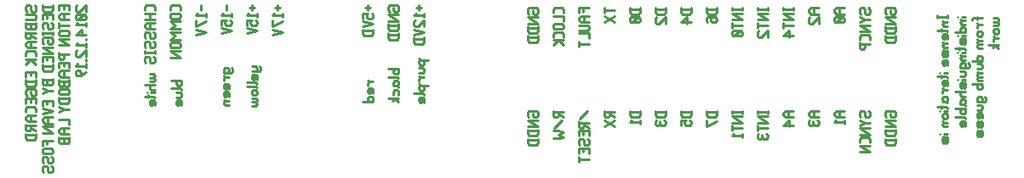
<source format=gbr>
G04 start of page 9 for group -4078 idx -4078 *
G04 Title: (unknown), bottomsilk *
G04 Creator: pcb 20110918 *
G04 CreationDate: Tue Jan 20 20:48:38 2015 UTC *
G04 For: fosse *
G04 Format: Gerber/RS-274X *
G04 PCB-Dimensions: 600000 500000 *
G04 PCB-Coordinate-Origin: lower left *
%MOIN*%
%FSLAX25Y25*%
%LNBOTTOMSILK*%
%ADD43C,0.0100*%
G54D43*X410000Y201000D02*X413000D01*
X410000D02*X409000Y200300D01*
Y199200D02*Y200300D01*
Y199200D02*X410000Y198500D01*
X413000D01*
X411000D02*Y201000D01*
X409800Y197300D02*X409000Y196500D01*
X413000D01*
Y195800D02*Y197300D01*
X419000Y199000D02*X419500Y198500D01*
X419000Y199000D02*Y200500D01*
X419500Y201000D02*X419000Y200500D01*
X419500Y201000D02*X420500D01*
X421000Y200500D01*
Y199000D02*Y200500D01*
Y199000D02*X421500Y198500D01*
X422500D01*
X423000Y199000D02*X422500Y198500D01*
X423000Y199000D02*Y200500D01*
X422500Y201000D02*X423000Y200500D01*
X419000Y197300D02*X421000Y196300D01*
X419000Y195300D01*
X421000Y196300D02*X423000D01*
X419000Y194100D02*X423000D01*
X419000D02*X423000Y191600D01*
X419000D02*X423000D01*
Y188400D02*Y189700D01*
X422300Y190400D02*X423000Y189700D01*
X419700Y190400D02*X422300D01*
X419700D02*X419000Y189700D01*
Y188400D02*Y189700D01*
Y187200D02*X423000D01*
X419000D02*X423000Y184700D01*
X419000D02*X423000D01*
X379000Y200000D02*Y201000D01*
Y200500D02*X383000D01*
Y200000D02*Y201000D01*
X379000Y198800D02*X383000D01*
X379000D02*X383000Y196300D01*
X379000D02*X383000D01*
X379000Y193100D02*Y195100D01*
Y194100D02*X383000D01*
X379500Y191900D02*X379000Y191400D01*
Y190400D02*Y191400D01*
Y190400D02*X379500Y189900D01*
X383000Y190400D02*X382500Y189900D01*
X383000Y190400D02*Y191400D01*
X382500Y191900D02*X383000Y191400D01*
X380800Y190400D02*Y191400D01*
X379500Y189900D02*X380300D01*
X381300D02*X382500D01*
X381300D02*X380800Y190400D01*
X380300Y189900D02*X380800Y190400D01*
X390000Y201000D02*X393000D01*
X390000D02*X389000Y200300D01*
Y199200D02*Y200300D01*
Y199200D02*X390000Y198500D01*
X393000D01*
X391000D02*Y201000D01*
X391500Y197300D02*X389000Y195300D01*
X391500Y194800D02*Y197300D01*
X389000Y195300D02*X393000D01*
X400000Y201000D02*X403000D01*
X400000D02*X399000Y200300D01*
Y199200D02*Y200300D01*
Y199200D02*X400000Y198500D01*
X403000D01*
X401000D02*Y201000D01*
X399500Y197300D02*X399000Y196800D01*
Y195800D02*Y196800D01*
Y195800D02*X399500Y195300D01*
X403000Y195800D02*X402500Y195300D01*
X403000Y195800D02*Y196800D01*
X402500Y197300D02*X403000Y196800D01*
X400800Y195800D02*Y196800D01*
X399500Y195300D02*X400300D01*
X401300D02*X402500D01*
X401300D02*X400800Y195800D01*
X400300Y195300D02*X400800Y195800D01*
X429000Y199000D02*X429500Y198500D01*
X429000Y199000D02*Y200500D01*
X429500Y201000D02*X429000Y200500D01*
X429500Y201000D02*X432500D01*
X433000Y200500D01*
Y199000D02*Y200500D01*
Y199000D02*X432500Y198500D01*
X431500D02*X432500D01*
X431000Y199000D02*X431500Y198500D01*
X431000Y199000D02*Y200000D01*
X429000Y197300D02*X433000D01*
X429000D02*X433000Y194800D01*
X429000D02*X433000D01*
X429000Y193100D02*X433000D01*
X429000Y191800D02*X429700Y191100D01*
X432300D01*
X433000Y191800D02*X432300Y191100D01*
X433000Y191800D02*Y193600D01*
X429000Y191800D02*Y193600D01*
Y189400D02*X433000D01*
X429000Y188100D02*X429700Y187400D01*
X432300D01*
X433000Y188100D02*X432300Y187400D01*
X433000Y188100D02*Y189900D01*
X429000Y188100D02*Y189900D01*
X410000Y241500D02*X413000D01*
X410000D02*X409000Y240800D01*
Y239700D02*Y240800D01*
Y239700D02*X410000Y239000D01*
X413000D01*
X411000D02*Y241500D01*
X412500Y237800D02*X413000Y237300D01*
X409500Y237800D02*X412500D01*
X409500D02*X409000Y237300D01*
Y236300D02*Y237300D01*
Y236300D02*X409500Y235800D01*
X412500D01*
X413000Y236300D02*X412500Y235800D01*
X413000Y236300D02*Y237300D01*
X412000Y237800D02*X410000Y235800D01*
X400000Y241500D02*X403000D01*
X400000D02*X399000Y240800D01*
Y239700D02*Y240800D01*
Y239700D02*X400000Y239000D01*
X403000D01*
X401000D02*Y241500D01*
X399500Y237800D02*X399000Y237300D01*
Y235800D02*Y237300D01*
Y235800D02*X399500Y235300D01*
X400500D01*
X403000Y237800D02*X400500Y235300D01*
X403000D02*Y237800D01*
X389000Y240500D02*Y241500D01*
Y241000D02*X393000D01*
Y240500D02*Y241500D01*
X389000Y239300D02*X393000D01*
X389000D02*X393000Y236800D01*
X389000D02*X393000D01*
X389000Y233600D02*Y235600D01*
Y234600D02*X393000D01*
X391500Y232400D02*X389000Y230400D01*
X391500Y229900D02*Y232400D01*
X389000Y230400D02*X393000D01*
X419000Y239500D02*X419500Y239000D01*
X419000Y239500D02*Y241000D01*
X419500Y241500D02*X419000Y241000D01*
X419500Y241500D02*X420500D01*
X421000Y241000D01*
Y239500D02*Y241000D01*
Y239500D02*X421500Y239000D01*
X422500D01*
X423000Y239500D02*X422500Y239000D01*
X423000Y239500D02*Y241000D01*
X422500Y241500D02*X423000Y241000D01*
X419000Y237800D02*X421000Y236800D01*
X419000Y235800D01*
X421000Y236800D02*X423000D01*
X419000Y234600D02*X423000D01*
X419000D02*X423000Y232100D01*
X419000D02*X423000D01*
Y228900D02*Y230200D01*
X422300Y230900D02*X423000Y230200D01*
X419700Y230900D02*X422300D01*
X419700D02*X419000Y230200D01*
Y228900D02*Y230200D01*
Y227200D02*X423000D01*
X419000Y225700D02*Y227700D01*
Y225700D02*X419500Y225200D01*
X420500D01*
X421000Y225700D02*X420500Y225200D01*
X421000Y225700D02*Y227200D01*
X429000Y239500D02*X429500Y239000D01*
X429000Y239500D02*Y241000D01*
X429500Y241500D02*X429000Y241000D01*
X429500Y241500D02*X432500D01*
X433000Y241000D01*
Y239500D02*Y241000D01*
Y239500D02*X432500Y239000D01*
X431500D02*X432500D01*
X431000Y239500D02*X431500Y239000D01*
X431000Y239500D02*Y240500D01*
X429000Y237800D02*X433000D01*
X429000D02*X433000Y235300D01*
X429000D02*X433000D01*
X429000Y233600D02*X433000D01*
X429000Y232300D02*X429700Y231600D01*
X432300D01*
X433000Y232300D02*X432300Y231600D01*
X433000Y232300D02*Y234100D01*
X429000Y232300D02*Y234100D01*
Y229900D02*X433000D01*
X429000Y228600D02*X429700Y227900D01*
X432300D01*
X433000Y228600D02*X432300Y227900D01*
X433000Y228600D02*Y230400D01*
X429000Y228600D02*Y230400D01*
X369000Y200000D02*Y201000D01*
Y200500D02*X373000D01*
Y200000D02*Y201000D01*
X369000Y198800D02*X373000D01*
X369000D02*X373000Y196300D01*
X369000D02*X373000D01*
X369000Y193100D02*Y195100D01*
Y194100D02*X373000D01*
X369800Y191900D02*X369000Y191100D01*
X373000D01*
Y190400D02*Y191900D01*
X359000Y200500D02*X363000D01*
X359000Y199200D02*X359700Y198500D01*
X362300D01*
X363000Y199200D02*X362300Y198500D01*
X363000Y199200D02*Y201000D01*
X359000Y199200D02*Y201000D01*
X363000Y196800D02*X359000Y194800D01*
Y197300D01*
Y241000D02*X363000D01*
X359000Y239700D02*X359700Y239000D01*
X362300D01*
X363000Y239700D02*X362300Y239000D01*
X363000Y239700D02*Y241500D01*
X359000Y239700D02*Y241500D01*
Y236300D02*X359500Y235800D01*
X359000Y236300D02*Y237300D01*
X359500Y237800D02*X359000Y237300D01*
X359500Y237800D02*X362500D01*
X363000Y237300D01*
X360800Y236300D02*X361300Y235800D01*
X360800Y236300D02*Y237800D01*
X363000Y236300D02*Y237300D01*
Y236300D02*X362500Y235800D01*
X361300D02*X362500D01*
X349000Y241000D02*X353000D01*
X349000Y239700D02*X349700Y239000D01*
X352300D01*
X353000Y239700D02*X352300Y239000D01*
X353000Y239700D02*Y241500D01*
X349000Y239700D02*Y241500D01*
X351500Y237800D02*X349000Y235800D01*
X351500Y235300D02*Y237800D01*
X349000Y235800D02*X353000D01*
X339000Y241000D02*X343000D01*
X339000Y239700D02*X339700Y239000D01*
X342300D01*
X343000Y239700D02*X342300Y239000D01*
X343000Y239700D02*Y241500D01*
X339000Y239700D02*Y241500D01*
X339500Y237800D02*X339000Y237300D01*
Y235800D02*Y237300D01*
Y235800D02*X339500Y235300D01*
X340500D01*
X343000Y237800D02*X340500Y235300D01*
X343000D02*Y237800D01*
X379000Y240500D02*Y241500D01*
Y241000D02*X383000D01*
Y240500D02*Y241500D01*
X379000Y239300D02*X383000D01*
X379000D02*X383000Y236800D01*
X379000D02*X383000D01*
X379000Y233600D02*Y235600D01*
Y234600D02*X383000D01*
X379500Y232400D02*X379000Y231900D01*
Y230400D02*Y231900D01*
Y230400D02*X379500Y229900D01*
X380500D01*
X383000Y232400D02*X380500Y229900D01*
X383000D02*Y232400D01*
X369000Y240500D02*Y241500D01*
Y241000D02*X373000D01*
Y240500D02*Y241500D01*
X369000Y239300D02*X373000D01*
X369000D02*X373000Y236800D01*
X369000D02*X373000D01*
X369000Y233600D02*Y235600D01*
Y234600D02*X373000D01*
X372500Y232400D02*X373000Y231900D01*
X369500Y232400D02*X372500D01*
X369500D02*X369000Y231900D01*
Y230900D02*Y231900D01*
Y230900D02*X369500Y230400D01*
X372500D01*
X373000Y230900D02*X372500Y230400D01*
X373000Y230900D02*Y231900D01*
X372000Y232400D02*X370000Y230400D01*
X449500Y237500D02*Y238500D01*
Y238000D02*X453500D01*
Y237500D02*Y238500D01*
X452000Y235800D02*X453500D01*
X452000D02*X451500Y235300D01*
Y234800D02*Y235300D01*
Y234800D02*X452000Y234300D01*
X453500D01*
X451500Y236300D02*X452000Y235800D01*
X449500Y232600D02*X453000D01*
X453500Y232100D01*
X451000D02*Y233100D01*
X453500Y229100D02*Y230600D01*
X453000Y231100D02*X453500Y230600D01*
X452000Y231100D02*X453000D01*
X452000D02*X451500Y230600D01*
Y229600D02*Y230600D01*
Y229600D02*X452000Y229100D01*
X452500D02*Y231100D01*
X452000Y229100D02*X452500D01*
X452000Y227400D02*X453500D01*
X452000D02*X451500Y226900D01*
Y226400D02*Y226900D01*
Y226400D02*X452000Y225900D01*
X453500D01*
X451500Y227900D02*X452000Y227400D01*
X453500Y222700D02*Y224200D01*
Y222700D02*X453000Y222200D01*
X452500Y222700D02*X453000Y222200D01*
X452500Y222700D02*Y224200D01*
X452000Y224700D02*X452500Y224200D01*
X452000Y224700D02*X451500Y224200D01*
Y222700D02*Y224200D01*
Y222700D02*X452000Y222200D01*
X453000Y224700D02*X453500Y224200D01*
Y219000D02*Y220500D01*
X453000Y221000D02*X453500Y220500D01*
X452000Y221000D02*X453000D01*
X452000D02*X451500Y220500D01*
Y219500D02*Y220500D01*
Y219500D02*X452000Y219000D01*
X452500D02*Y221000D01*
X452000Y219000D02*X452500D01*
X450500Y216000D02*X450600D01*
X452000D02*X453500D01*
X449500Y214500D02*X453000D01*
X453500Y214000D01*
X451000D02*Y215000D01*
X453500Y211000D02*Y212500D01*
X453000Y213000D02*X453500Y212500D01*
X452000Y213000D02*X453000D01*
X452000D02*X451500Y212500D01*
Y211500D02*Y212500D01*
Y211500D02*X452000Y211000D01*
X452500D02*Y213000D01*
X452000Y211000D02*X452500D01*
X452000Y209300D02*X453500D01*
X452000D02*X451500Y208800D01*
Y207800D02*Y208800D01*
Y209800D02*X452000Y209300D01*
X451500Y205100D02*X452000Y204600D01*
X451500Y205100D02*Y206100D01*
X452000Y206600D02*X451500Y206100D01*
X452000Y206600D02*X453000D01*
X453500Y206100D01*
X451500Y204600D02*X453000D01*
X453500Y204100D01*
Y205100D02*Y206100D01*
Y205100D02*X453000Y204600D01*
X449500Y202400D02*X453000D01*
X453500Y201900D01*
X451000D02*Y202900D01*
X450500Y200900D02*X450600D01*
X452000D02*X453500D01*
X452000Y199900D02*X453000D01*
X452000D02*X451500Y199400D01*
Y198400D02*Y199400D01*
Y198400D02*X452000Y197900D01*
X453000D01*
X453500Y198400D02*X453000Y197900D01*
X453500Y198400D02*Y199400D01*
X453000Y199900D02*X453500Y199400D01*
X452000Y196200D02*X453500D01*
X452000D02*X451500Y195700D01*
Y195200D02*Y195700D01*
Y195200D02*X452000Y194700D01*
X453500D01*
X451500Y196700D02*X452000Y196200D01*
X450500Y191700D02*X450600D01*
X452000D02*X453500D01*
Y188700D02*Y190200D01*
Y188700D02*X453000Y188200D01*
X452500Y188700D02*X453000Y188200D01*
X452500Y188700D02*Y190200D01*
X452000Y190700D02*X452500Y190200D01*
X452000Y190700D02*X451500Y190200D01*
Y188700D02*Y190200D01*
Y188700D02*X452000Y188200D01*
X453000Y190700D02*X453500Y190200D01*
X457500Y238000D02*X457600D01*
X459000D02*X460500D01*
X459000Y236500D02*X460500D01*
X459000D02*X458500Y236000D01*
Y235500D02*Y236000D01*
Y235500D02*X459000Y235000D01*
X460500D01*
X458500Y237000D02*X459000Y236500D01*
X456500Y231800D02*X460500D01*
Y232300D02*X460000Y231800D01*
X460500Y232300D02*Y233300D01*
X460000Y233800D02*X460500Y233300D01*
X459000Y233800D02*X460000D01*
X459000D02*X458500Y233300D01*
Y232300D02*Y233300D01*
Y232300D02*X459000Y231800D01*
X457500Y230600D02*X457600D01*
X459000D02*X460500D01*
Y227600D02*Y229100D01*
Y227600D02*X460000Y227100D01*
X459500Y227600D02*X460000Y227100D01*
X459500Y227600D02*Y229100D01*
X459000Y229600D02*X459500Y229100D01*
X459000Y229600D02*X458500Y229100D01*
Y227600D02*Y229100D01*
Y227600D02*X459000Y227100D01*
X460000Y229600D02*X460500Y229100D01*
X456500Y225400D02*X460000D01*
X460500Y224900D01*
X458000D02*Y225900D01*
X457500Y223900D02*X457600D01*
X459000D02*X460500D01*
X459000Y222400D02*X460500D01*
X459000D02*X458500Y221900D01*
Y221400D02*Y221900D01*
Y221400D02*X459000Y220900D01*
X460500D01*
X458500Y222900D02*X459000Y222400D01*
X458500Y218200D02*X459000Y217700D01*
X458500Y218200D02*Y219200D01*
X459000Y219700D02*X458500Y219200D01*
X459000Y219700D02*X460000D01*
X460500Y219200D01*
Y218200D02*Y219200D01*
Y218200D02*X460000Y217700D01*
X461500Y219700D02*X462000Y219200D01*
Y218200D02*Y219200D01*
Y218200D02*X461500Y217700D01*
X458500D02*X461500D01*
X458500Y216500D02*X460000D01*
X460500Y216000D01*
Y215000D02*Y216000D01*
Y215000D02*X460000Y214500D01*
X458500D02*X460000D01*
X457500Y213300D02*X457600D01*
X459000D02*X460500D01*
Y210300D02*Y211800D01*
Y210300D02*X460000Y209800D01*
X459500Y210300D02*X460000Y209800D01*
X459500Y210300D02*Y211800D01*
X459000Y212300D02*X459500Y211800D01*
X459000Y212300D02*X458500Y211800D01*
Y210300D02*Y211800D01*
Y210300D02*X459000Y209800D01*
X460000Y212300D02*X460500Y211800D01*
X456500Y208600D02*X460500D01*
X459000D02*X458500Y208100D01*
Y207100D02*Y208100D01*
Y207100D02*X459000Y206600D01*
X460500D01*
X458500Y203900D02*X459000Y203400D01*
X458500Y203900D02*Y204900D01*
X459000Y205400D02*X458500Y204900D01*
X459000Y205400D02*X460000D01*
X460500Y204900D01*
X458500Y203400D02*X460000D01*
X460500Y202900D01*
Y203900D02*Y204900D01*
Y203900D02*X460000Y203400D01*
X456500Y201700D02*X460500D01*
X460000D02*X460500Y201200D01*
Y200200D02*Y201200D01*
Y200200D02*X460000Y199700D01*
X459000D02*X460000D01*
X458500Y200200D02*X459000Y199700D01*
X458500Y200200D02*Y201200D01*
X459000Y201700D02*X458500Y201200D01*
X456500Y198500D02*X460000D01*
X460500Y198000D01*
Y195000D02*Y196500D01*
X460000Y197000D02*X460500Y196500D01*
X459000Y197000D02*X460000D01*
X459000D02*X458500Y196500D01*
Y195500D02*Y196500D01*
Y195500D02*X459000Y195000D01*
X459500D02*Y197000D01*
X459000Y195000D02*X459500D01*
X463500Y237500D02*X467000D01*
X463500D02*X463000Y237000D01*
Y236500D02*Y237000D01*
X465000D02*Y238000D01*
X465500Y235000D02*X467000D01*
X465500D02*X465000Y234500D01*
Y233500D02*Y234500D01*
Y235500D02*X465500Y235000D01*
Y232300D02*X466500D01*
X465500D02*X465000Y231800D01*
Y230800D02*Y231800D01*
Y230800D02*X465500Y230300D01*
X466500D01*
X467000Y230800D02*X466500Y230300D01*
X467000Y230800D02*Y231800D01*
X466500Y232300D02*X467000Y231800D01*
X465500Y228600D02*X467000D01*
X465500D02*X465000Y228100D01*
Y227600D02*Y228100D01*
Y227600D02*X465500Y227100D01*
X467000D01*
X465500D02*X465000Y226600D01*
Y226100D02*Y226600D01*
Y226100D02*X465500Y225600D01*
X467000D01*
X465000Y229100D02*X465500Y228600D01*
X463000Y220600D02*X467000D01*
Y221100D02*X466500Y220600D01*
X467000Y221100D02*Y222100D01*
X466500Y222600D02*X467000Y222100D01*
X465500Y222600D02*X466500D01*
X465500D02*X465000Y222100D01*
Y221100D02*Y222100D01*
Y221100D02*X465500Y220600D01*
X465000Y219400D02*X466500D01*
X467000Y218900D01*
Y217900D02*Y218900D01*
Y217900D02*X466500Y217400D01*
X465000D02*X466500D01*
X465500Y215700D02*X467000D01*
X465500D02*X465000Y215200D01*
Y214700D02*Y215200D01*
Y214700D02*X465500Y214200D01*
X467000D01*
X465500D02*X465000Y213700D01*
Y213200D02*Y213700D01*
Y213200D02*X465500Y212700D01*
X467000D01*
X465000Y216200D02*X465500Y215700D01*
X463000Y211500D02*X467000D01*
X466500D02*X467000Y211000D01*
Y210000D02*Y211000D01*
Y210000D02*X466500Y209500D01*
X465500D02*X466500D01*
X465000Y210000D02*X465500Y209500D01*
X465000Y210000D02*Y211000D01*
X465500Y211500D02*X465000Y211000D01*
Y205000D02*X465500Y204500D01*
X465000Y205000D02*Y206000D01*
X465500Y206500D02*X465000Y206000D01*
X465500Y206500D02*X466500D01*
X467000Y206000D01*
Y205000D02*Y206000D01*
Y205000D02*X466500Y204500D01*
X468000Y206500D02*X468500Y206000D01*
Y205000D02*Y206000D01*
Y205000D02*X468000Y204500D01*
X465000D02*X468000D01*
X465000Y203300D02*X466500D01*
X467000Y202800D01*
Y201800D02*Y202800D01*
Y201800D02*X466500Y201300D01*
X465000D02*X466500D01*
X467000Y198100D02*Y199600D01*
X466500Y200100D02*X467000Y199600D01*
X465500Y200100D02*X466500D01*
X465500D02*X465000Y199600D01*
Y198600D02*Y199600D01*
Y198600D02*X465500Y198100D01*
X466000D02*Y200100D01*
X465500Y198100D02*X466000D01*
X467000Y194900D02*Y196400D01*
Y194900D02*X466500Y194400D01*
X466000Y194900D02*X466500Y194400D01*
X466000Y194900D02*Y196400D01*
X465500Y196900D02*X466000Y196400D01*
X465500Y196900D02*X465000Y196400D01*
Y194900D02*Y196400D01*
Y194900D02*X465500Y194400D01*
X466500Y196900D02*X467000Y196400D01*
Y191200D02*Y192700D01*
Y191200D02*X466500Y190700D01*
X466000Y191200D02*X466500Y190700D01*
X466000Y191200D02*Y192700D01*
X465500Y193200D02*X466000Y192700D01*
X465500Y193200D02*X465000Y192700D01*
Y191200D02*Y192700D01*
Y191200D02*X465500Y190700D01*
X466500Y193200D02*X467000Y192700D01*
X471500Y237500D02*X473000D01*
X473500Y237000D01*
Y236500D02*Y237000D01*
Y236500D02*X473000Y236000D01*
X471500D02*X473000D01*
X473500Y235500D01*
Y235000D02*Y235500D01*
Y235000D02*X473000Y234500D01*
X471500D02*X473000D01*
X472000Y233300D02*X473000D01*
X472000D02*X471500Y232800D01*
Y231800D02*Y232800D01*
Y231800D02*X472000Y231300D01*
X473000D01*
X473500Y231800D02*X473000Y231300D01*
X473500Y231800D02*Y232800D01*
X473000Y233300D02*X473500Y232800D01*
X472000Y229600D02*X473500D01*
X472000D02*X471500Y229100D01*
Y228100D02*Y229100D01*
Y230100D02*X472000Y229600D01*
X469500Y226900D02*X473500D01*
X472000D02*X473500Y225400D01*
X472000Y226900D02*X471000Y225900D01*
X319000Y199000D02*Y201000D01*
Y199000D02*X319500Y198500D01*
X320500D01*
X321000Y199000D02*X320500Y198500D01*
X321000Y199000D02*Y200500D01*
X319000D02*X323000D01*
X321000Y199700D02*X323000Y198500D01*
Y197300D02*X319000Y194800D01*
Y197300D02*X323000Y194800D01*
X329000Y200500D02*X333000D01*
X329000Y199200D02*X329700Y198500D01*
X332300D01*
X333000Y199200D02*X332300Y198500D01*
X333000Y199200D02*Y201000D01*
X329000Y199200D02*Y201000D01*
X329800Y197300D02*X329000Y196500D01*
X333000D01*
Y195800D02*Y197300D01*
X339000Y200500D02*X343000D01*
X339000Y199200D02*X339700Y198500D01*
X342300D01*
X343000Y199200D02*X342300Y198500D01*
X343000Y199200D02*Y201000D01*
X339000Y199200D02*Y201000D01*
X339500Y197300D02*X339000Y196800D01*
Y195800D02*Y196800D01*
Y195800D02*X339500Y195300D01*
X343000Y195800D02*X342500Y195300D01*
X343000Y195800D02*Y196800D01*
X342500Y197300D02*X343000Y196800D01*
X340800Y195800D02*Y196800D01*
X339500Y195300D02*X340300D01*
X341300D02*X342500D01*
X341300D02*X340800Y195800D01*
X340300Y195300D02*X340800Y195800D01*
X349000Y200500D02*X353000D01*
X349000Y199200D02*X349700Y198500D01*
X352300D01*
X353000Y199200D02*X352300Y198500D01*
X353000Y199200D02*Y201000D01*
X349000Y199200D02*Y201000D01*
Y195300D02*Y197300D01*
X351000D01*
X350500Y196800D01*
Y195800D02*Y196800D01*
Y195800D02*X351000Y195300D01*
X352500D01*
X353000Y195800D02*X352500Y195300D01*
X353000Y195800D02*Y196800D01*
X352500Y197300D02*X353000Y196800D01*
X289000Y199000D02*X289500Y198500D01*
X289000Y199000D02*Y200500D01*
X289500Y201000D02*X289000Y200500D01*
X289500Y201000D02*X292500D01*
X293000Y200500D01*
Y199000D02*Y200500D01*
Y199000D02*X292500Y198500D01*
X291500D02*X292500D01*
X291000Y199000D02*X291500Y198500D01*
X291000Y199000D02*Y200000D01*
X289000Y197300D02*X293000D01*
X289000D02*X293000Y194800D01*
X289000D02*X293000D01*
X289000Y193100D02*X293000D01*
X289000Y191800D02*X289700Y191100D01*
X292300D01*
X293000Y191800D02*X292300Y191100D01*
X293000Y191800D02*Y193600D01*
X289000Y191800D02*Y193600D01*
Y189400D02*X293000D01*
X289000Y188100D02*X289700Y187400D01*
X292300D01*
X293000Y188100D02*X292300Y187400D01*
X293000Y188100D02*Y189900D01*
X289000Y188100D02*Y189900D01*
X299000Y199000D02*Y201000D01*
Y199000D02*X299500Y198500D01*
X300500D01*
X301000Y199000D02*X300500Y198500D01*
X301000Y199000D02*Y200500D01*
X299000D02*X303000D01*
X301000Y199700D02*X303000Y198500D01*
X302500Y197300D02*X299500Y194300D01*
X299000Y193100D02*X301000D01*
X303000Y192600D01*
X301000Y191600D01*
X303000Y190600D01*
X301000Y190100D01*
X299000D02*X301000D01*
X312500Y201000D02*X309500Y198000D01*
X309000Y194800D02*Y196800D01*
Y194800D02*X309500Y194300D01*
X310500D01*
X311000Y194800D02*X310500Y194300D01*
X311000Y194800D02*Y196300D01*
X309000D02*X313000D01*
X311000Y195500D02*X313000Y194300D01*
X310800Y191600D02*Y193100D01*
X313000Y191100D02*Y193100D01*
X309000D02*X313000D01*
X309000Y191100D02*Y193100D01*
Y187900D02*X309500Y187400D01*
X309000Y187900D02*Y189400D01*
X309500Y189900D02*X309000Y189400D01*
X309500Y189900D02*X310500D01*
X311000Y189400D01*
Y187900D02*Y189400D01*
Y187900D02*X311500Y187400D01*
X312500D01*
X313000Y187900D02*X312500Y187400D01*
X313000Y187900D02*Y189400D01*
X312500Y189900D02*X313000Y189400D01*
X310800Y184700D02*Y186200D01*
X313000Y184200D02*Y186200D01*
X309000D02*X313000D01*
X309000Y184200D02*Y186200D01*
Y181000D02*Y183000D01*
Y182000D02*X313000D01*
X112500Y242500D02*X112000Y242000D01*
Y240500D02*Y242000D01*
Y240500D02*X112500Y240000D01*
X113500D01*
X116000Y242500D02*X113500Y240000D01*
X116000D02*Y242500D01*
X115500Y238800D02*X116000Y238300D01*
X112500Y238800D02*X115500D01*
X112500D02*X112000Y238300D01*
Y237300D02*Y238300D01*
Y237300D02*X112500Y236800D01*
X115500D01*
X116000Y237300D02*X115500Y236800D01*
X116000Y237300D02*Y238300D01*
X115000Y238800D02*X113000Y236800D01*
X112800Y235600D02*X112000Y234800D01*
X116000D01*
Y234100D02*Y235600D01*
X114500Y232900D02*X112000Y230900D01*
X114500Y230400D02*Y232900D01*
X112000Y230900D02*X116000D01*
Y228700D02*Y229200D01*
X112800Y227500D02*X112000Y226700D01*
X116000D01*
Y226000D02*Y227500D01*
X112500Y224800D02*X112000Y224300D01*
Y222800D02*Y224300D01*
Y222800D02*X112500Y222300D01*
X113500D01*
X116000Y224800D02*X113500Y222300D01*
X116000D02*Y224800D01*
Y220600D02*Y221100D01*
X112800Y219400D02*X112000Y218600D01*
X116000D01*
Y217900D02*Y219400D01*
Y216200D02*X114000Y214700D01*
X112500D02*X114000D01*
X112000Y215200D02*X112500Y214700D01*
X112000Y215200D02*Y216200D01*
X112500Y216700D02*X112000Y216200D01*
X112500Y216700D02*X113500D01*
X114000Y216200D01*
Y214700D02*Y216200D01*
X99000Y242000D02*X103000D01*
X99000Y240700D02*X99700Y240000D01*
X102300D01*
X103000Y240700D02*X102300Y240000D01*
X103000Y240700D02*Y242500D01*
X99000Y240700D02*Y242500D01*
X100800Y237300D02*Y238800D01*
X103000Y236800D02*Y238800D01*
X99000D02*X103000D01*
X99000Y236800D02*Y238800D01*
Y233600D02*X99500Y233100D01*
X99000Y233600D02*Y235100D01*
X99500Y235600D02*X99000Y235100D01*
X99500Y235600D02*X100500D01*
X101000Y235100D01*
Y233600D02*Y235100D01*
Y233600D02*X101500Y233100D01*
X102500D01*
X103000Y233600D02*X102500Y233100D01*
X103000Y233600D02*Y235100D01*
X102500Y235600D02*X103000Y235100D01*
X99000Y230900D02*Y231900D01*
Y231400D02*X103000D01*
Y230900D02*Y231900D01*
X99000Y227700D02*X99500Y227200D01*
X99000Y227700D02*Y229200D01*
X99500Y229700D02*X99000Y229200D01*
X99500Y229700D02*X102500D01*
X103000Y229200D01*
Y227700D02*Y229200D01*
Y227700D02*X102500Y227200D01*
X101500D02*X102500D01*
X101000Y227700D02*X101500Y227200D01*
X101000Y227700D02*Y228700D01*
X99000Y226000D02*X103000D01*
X99000D02*X103000Y223500D01*
X99000D02*X103000D01*
X100800Y220800D02*Y222300D01*
X103000Y220300D02*Y222300D01*
X99000D02*X103000D01*
X99000Y220300D02*Y222300D01*
Y218600D02*X103000D01*
X99000Y217300D02*X99700Y216600D01*
X102300D01*
X103000Y217300D02*X102300Y216600D01*
X103000Y217300D02*Y219100D01*
X99000Y217300D02*Y219100D01*
X103000Y211600D02*Y213600D01*
Y211600D02*X102500Y211100D01*
X101300D02*X102500D01*
X100800Y211600D02*X101300Y211100D01*
X100800Y211600D02*Y213100D01*
X99000D02*X103000D01*
X99000Y211600D02*Y213600D01*
Y211600D02*X99500Y211100D01*
X100300D01*
X100800Y211600D02*X100300Y211100D01*
X99000Y209900D02*X101000Y208900D01*
X99000Y207900D01*
X101000Y208900D02*X103000D01*
X100800Y203400D02*Y204900D01*
X103000Y202900D02*Y204900D01*
X99000D02*X103000D01*
X99000Y202900D02*Y204900D01*
Y201700D02*X103000Y200700D01*
X99000Y199700D01*
X100000Y198500D02*X103000D01*
X100000D02*X99000Y197800D01*
Y196700D02*Y197800D01*
Y196700D02*X100000Y196000D01*
X103000D01*
X101000D02*Y198500D01*
X99000Y194800D02*X103000D01*
X99000D02*X103000Y192300D01*
X99000D02*X103000D01*
X99000Y189300D02*X103000D01*
X99000Y187300D02*Y189300D01*
X100800Y187800D02*Y189300D01*
X99500Y186100D02*X102500D01*
X99500D02*X99000Y185600D01*
Y184600D02*Y185600D01*
Y184600D02*X99500Y184100D01*
X102500D01*
X103000Y184600D02*X102500Y184100D01*
X103000Y184600D02*Y185600D01*
X102500Y186100D02*X103000Y185600D01*
X99000Y180900D02*X99500Y180400D01*
X99000Y180900D02*Y182400D01*
X99500Y182900D02*X99000Y182400D01*
X99500Y182900D02*X100500D01*
X101000Y182400D01*
Y180900D02*Y182400D01*
Y180900D02*X101500Y180400D01*
X102500D01*
X103000Y180900D02*X102500Y180400D01*
X103000Y180900D02*Y182400D01*
X102500Y182900D02*X103000Y182400D01*
X99000Y177200D02*X99500Y176700D01*
X99000Y177200D02*Y178700D01*
X99500Y179200D02*X99000Y178700D01*
X99500Y179200D02*X100500D01*
X101000Y178700D01*
Y177200D02*Y178700D01*
Y177200D02*X101500Y176700D01*
X102500D01*
X103000Y177200D02*X102500Y176700D01*
X103000Y177200D02*Y178700D01*
X102500Y179200D02*X103000Y178700D01*
X92500Y240500D02*X93000Y240000D01*
X92500Y240500D02*Y242000D01*
X93000Y242500D02*X92500Y242000D01*
X93000Y242500D02*X94000D01*
X94500Y242000D01*
Y240500D02*Y242000D01*
Y240500D02*X95000Y240000D01*
X96000D01*
X96500Y240500D02*X96000Y240000D01*
X96500Y240500D02*Y242000D01*
X96000Y242500D02*X96500Y242000D01*
X92500Y238800D02*X96000D01*
X96500Y238300D01*
Y237300D02*Y238300D01*
Y237300D02*X96000Y236800D01*
X92500D02*X96000D01*
X96500Y233600D02*Y235600D01*
Y233600D02*X96000Y233100D01*
X94800D02*X96000D01*
X94300Y233600D02*X94800Y233100D01*
X94300Y233600D02*Y235100D01*
X92500D02*X96500D01*
X92500Y233600D02*Y235600D01*
Y233600D02*X93000Y233100D01*
X93800D01*
X94300Y233600D02*X93800Y233100D01*
X92500Y229900D02*Y231900D01*
Y229900D02*X93000Y229400D01*
X94000D01*
X94500Y229900D02*X94000Y229400D01*
X94500Y229900D02*Y231400D01*
X92500D02*X96500D01*
X94500Y230600D02*X96500Y229400D01*
X93500Y228200D02*X96500D01*
X93500D02*X92500Y227500D01*
Y226400D02*Y227500D01*
Y226400D02*X93500Y225700D01*
X96500D01*
X94500D02*Y228200D01*
X96500Y222500D02*Y223800D01*
X95800Y224500D02*X96500Y223800D01*
X93200Y224500D02*X95800D01*
X93200D02*X92500Y223800D01*
Y222500D02*Y223800D01*
Y221300D02*X96500D01*
X94500D02*X92500Y219300D01*
X94500Y221300D02*X96500Y219300D01*
X94300Y214800D02*Y216300D01*
X96500Y214300D02*Y216300D01*
X92500D02*X96500D01*
X92500Y214300D02*Y216300D01*
Y212600D02*X96500D01*
X92500Y211300D02*X93200Y210600D01*
X95800D01*
X96500Y211300D02*X95800Y210600D01*
X96500Y211300D02*Y213100D01*
X92500Y211300D02*Y213100D01*
Y207400D02*X93000Y206900D01*
X92500Y207400D02*Y208900D01*
X93000Y209400D02*X92500Y208900D01*
X93000Y209400D02*X96000D01*
X96500Y208900D01*
Y207400D02*Y208900D01*
Y207400D02*X96000Y206900D01*
X95000D02*X96000D01*
X94500Y207400D02*X95000Y206900D01*
X94500Y207400D02*Y208400D01*
X94300Y204200D02*Y205700D01*
X96500Y203700D02*Y205700D01*
X92500D02*X96500D01*
X92500Y203700D02*Y205700D01*
X96500Y200500D02*Y201800D01*
X95800Y202500D02*X96500Y201800D01*
X93200Y202500D02*X95800D01*
X93200D02*X92500Y201800D01*
Y200500D02*Y201800D01*
X93500Y199300D02*X96500D01*
X93500D02*X92500Y198600D01*
Y197500D02*Y198600D01*
Y197500D02*X93500Y196800D01*
X96500D01*
X94500D02*Y199300D01*
X92500Y193600D02*Y195600D01*
Y193600D02*X93000Y193100D01*
X94000D01*
X94500Y193600D02*X94000Y193100D01*
X94500Y193600D02*Y195100D01*
X92500D02*X96500D01*
X94500Y194300D02*X96500Y193100D01*
X92500Y191400D02*X96500D01*
X92500Y190100D02*X93200Y189400D01*
X95800D01*
X96500Y190100D02*X95800Y189400D01*
X96500Y190100D02*Y191900D01*
X92500Y190100D02*Y191900D01*
X107300Y241000D02*Y242500D01*
X109500Y240500D02*Y242500D01*
X105500D02*X109500D01*
X105500Y240500D02*Y242500D01*
X106500Y239300D02*X109500D01*
X106500D02*X105500Y238600D01*
Y237500D02*Y238600D01*
Y237500D02*X106500Y236800D01*
X109500D01*
X107500D02*Y239300D01*
X105500Y233600D02*Y235600D01*
Y234600D02*X109500D01*
X106000Y232400D02*X109000D01*
X106000D02*X105500Y231900D01*
Y230900D02*Y231900D01*
Y230900D02*X106000Y230400D01*
X109000D01*
X109500Y230900D02*X109000Y230400D01*
X109500Y230900D02*Y231900D01*
X109000Y232400D02*X109500Y231900D01*
X105500Y229200D02*X109500D01*
X105500D02*X109500Y226700D01*
X105500D02*X109500D01*
X105500Y223200D02*X109500D01*
X105500Y221700D02*Y223700D01*
Y221700D02*X106000Y221200D01*
X107000D01*
X107500Y221700D02*X107000Y221200D01*
X107500Y221700D02*Y223200D01*
X107300Y218500D02*Y220000D01*
X109500Y218000D02*Y220000D01*
X105500D02*X109500D01*
X105500Y218000D02*Y220000D01*
X106500Y216800D02*X109500D01*
X106500D02*X105500Y216100D01*
Y215000D02*Y216100D01*
Y215000D02*X106500Y214300D01*
X109500D01*
X107500D02*Y216800D01*
X109500Y211100D02*Y213100D01*
Y211100D02*X109000Y210600D01*
X107800D02*X109000D01*
X107300Y211100D02*X107800Y210600D01*
X107300Y211100D02*Y212600D01*
X105500D02*X109500D01*
X105500Y211100D02*Y213100D01*
Y211100D02*X106000Y210600D01*
X106800D01*
X107300Y211100D02*X106800Y210600D01*
X106000Y209400D02*X109000D01*
X106000D02*X105500Y208900D01*
Y207900D02*Y208900D01*
Y207900D02*X106000Y207400D01*
X109000D01*
X109500Y207900D02*X109000Y207400D01*
X109500Y207900D02*Y208900D01*
X109000Y209400D02*X109500Y208900D01*
X105500Y205700D02*X109500D01*
X105500Y204400D02*X106200Y203700D01*
X108800D01*
X109500Y204400D02*X108800Y203700D01*
X109500Y204400D02*Y206200D01*
X105500Y204400D02*Y206200D01*
Y202500D02*X107500Y201500D01*
X105500Y200500D01*
X107500Y201500D02*X109500D01*
X105500Y197500D02*X109500D01*
Y195500D02*Y197500D01*
X106500Y194300D02*X109500D01*
X106500D02*X105500Y193600D01*
Y192500D02*Y193600D01*
Y192500D02*X106500Y191800D01*
X109500D01*
X107500D02*Y194300D01*
X109500Y188600D02*Y190600D01*
Y188600D02*X109000Y188100D01*
X107800D02*X109000D01*
X107300Y188600D02*X107800Y188100D01*
X107300Y188600D02*Y190100D01*
X105500D02*X109500D01*
X105500Y188600D02*Y190600D01*
Y188600D02*X106000Y188100D01*
X106800D01*
X107300Y188600D02*X106800Y188100D01*
X141000Y215500D02*X142500D01*
X143000Y215000D01*
Y214500D02*Y215000D01*
Y214500D02*X142500Y214000D01*
X141000D02*X142500D01*
X143000Y213500D01*
Y213000D02*Y213500D01*
Y213000D02*X142500Y212500D01*
X141000D02*X142500D01*
X139000Y211300D02*X143000D01*
X141500D02*X141000Y210800D01*
Y209800D02*Y210800D01*
Y209800D02*X141500Y209300D01*
X143000D01*
X140000Y208100D02*X140100D01*
X141500D02*X143000D01*
X139000Y206600D02*X142500D01*
X143000Y206100D01*
X140500D02*Y207100D01*
X143000Y203100D02*Y204600D01*
X142500Y205100D02*X143000Y204600D01*
X141500Y205100D02*X142500D01*
X141500D02*X141000Y204600D01*
Y203600D02*Y204600D01*
Y203600D02*X141500Y203100D01*
X142000D02*Y205100D01*
X141500Y203100D02*X142000D01*
X181000Y218500D02*X182500D01*
X183000Y218000D01*
X181000Y216500D02*X184000D01*
X184500Y217000D02*X184000Y216500D01*
X184500Y217000D02*Y218000D01*
X184000Y218500D02*X184500Y218000D01*
X183000Y217000D02*Y218000D01*
Y217000D02*X182500Y216500D01*
X183000Y213300D02*Y214800D01*
X182500Y215300D02*X183000Y214800D01*
X181500Y215300D02*X182500D01*
X181500D02*X181000Y214800D01*
Y213800D02*Y214800D01*
Y213800D02*X181500Y213300D01*
X182000D02*Y215300D01*
X181500Y213300D02*X182000D01*
X179000Y212100D02*X182500D01*
X183000Y211600D01*
X179000Y210600D02*X182500D01*
X183000Y210100D01*
X181500Y209100D02*X182500D01*
X181500D02*X181000Y208600D01*
Y207600D02*Y208600D01*
Y207600D02*X181500Y207100D01*
X182500D01*
X183000Y207600D02*X182500Y207100D01*
X183000Y207600D02*Y208600D01*
X182500Y209100D02*X183000Y208600D01*
X181000Y205900D02*X182500D01*
X183000Y205400D01*
Y204900D02*Y205400D01*
Y204900D02*X182500Y204400D01*
X181000D02*X182500D01*
X183000Y203900D01*
Y203400D02*Y203900D01*
Y203400D02*X182500Y202900D01*
X181000D02*X182500D01*
X149500Y213000D02*X153500D01*
X153000D02*X153500Y212500D01*
Y211500D02*Y212500D01*
Y211500D02*X153000Y211000D01*
X152000D02*X153000D01*
X151500Y211500D02*X152000Y211000D01*
X151500Y211500D02*Y212500D01*
X152000Y213000D02*X151500Y212500D01*
X149500Y209800D02*X153000D01*
X153500Y209300D01*
X151500Y208300D02*X153000D01*
X153500Y207800D01*
Y206800D02*Y207800D01*
Y206800D02*X153000Y206300D01*
X151500D02*X153000D01*
X153500Y203100D02*Y204600D01*
X153000Y205100D02*X153500Y204600D01*
X152000Y205100D02*X153000D01*
X152000D02*X151500Y204600D01*
Y203600D02*Y204600D01*
Y203600D02*X152000Y203100D01*
X152500D02*Y205100D01*
X152000Y203100D02*X152500D01*
X170000Y216500D02*X170500Y216000D01*
X170000Y216500D02*Y217500D01*
X170500Y218000D02*X170000Y217500D01*
X170500Y218000D02*X171500D01*
X172000Y217500D01*
Y216500D02*Y217500D01*
Y216500D02*X171500Y216000D01*
X173000Y218000D02*X173500Y217500D01*
Y216500D02*Y217500D01*
Y216500D02*X173000Y216000D01*
X170000D02*X173000D01*
X170500Y214300D02*X172000D01*
X170500D02*X170000Y213800D01*
Y212800D02*Y213800D01*
Y214800D02*X170500Y214300D01*
X172000Y209600D02*Y211100D01*
X171500Y211600D02*X172000Y211100D01*
X170500Y211600D02*X171500D01*
X170500D02*X170000Y211100D01*
Y210100D02*Y211100D01*
Y210100D02*X170500Y209600D01*
X171000D02*Y211600D01*
X170500Y209600D02*X171000D01*
X172000Y206400D02*Y207900D01*
X171500Y208400D02*X172000Y207900D01*
X170500Y208400D02*X171500D01*
X170500D02*X170000Y207900D01*
Y206900D02*Y207900D01*
Y206900D02*X170500Y206400D01*
X171000D02*Y208400D01*
X170500Y206400D02*X171000D01*
X170500Y204700D02*X172000D01*
X170500D02*X170000Y204200D01*
Y203700D02*Y204200D01*
Y203700D02*X170500Y203200D01*
X172000D01*
X170000Y205200D02*X170500Y204700D01*
X329000Y241000D02*X333000D01*
X329000Y239700D02*X329700Y239000D01*
X332300D01*
X333000Y239700D02*X332300Y239000D01*
X333000Y239700D02*Y241500D01*
X329000Y239700D02*Y241500D01*
X332500Y237800D02*X333000Y237300D01*
X329500Y237800D02*X332500D01*
X329500D02*X329000Y237300D01*
Y236300D02*Y237300D01*
Y236300D02*X329500Y235800D01*
X332500D01*
X333000Y236300D02*X332500Y235800D01*
X333000Y236300D02*Y237300D01*
X332000Y237800D02*X330000Y235800D01*
X319000Y239500D02*Y241500D01*
Y240500D02*X323000D01*
Y238300D02*X319000Y235800D01*
Y238300D02*X323000Y235800D01*
X309000Y241500D02*X313000D01*
X309000Y239500D02*Y241500D01*
X310800Y240000D02*Y241500D01*
X310000Y238300D02*X313000D01*
X310000D02*X309000Y237600D01*
Y236500D02*Y237600D01*
Y236500D02*X310000Y235800D01*
X313000D01*
X311000D02*Y238300D01*
X309000Y234600D02*X312500D01*
X313000Y234100D01*
Y233100D02*Y234100D01*
Y233100D02*X312500Y232600D01*
X309000D02*X312500D01*
X309000Y231400D02*X313000D01*
Y229400D02*Y231400D01*
X309000Y226200D02*Y228200D01*
Y227200D02*X313000D01*
X303000Y239500D02*Y240800D01*
X302300Y241500D02*X303000Y240800D01*
X299700Y241500D02*X302300D01*
X299700D02*X299000Y240800D01*
Y239500D02*Y240800D01*
Y238300D02*X303000D01*
Y236300D02*Y238300D01*
X299500Y235100D02*X302500D01*
X299500D02*X299000Y234600D01*
Y233600D02*Y234600D01*
Y233600D02*X299500Y233100D01*
X302500D01*
X303000Y233600D02*X302500Y233100D01*
X303000Y233600D02*Y234600D01*
X302500Y235100D02*X303000Y234600D01*
Y229900D02*Y231200D01*
X302300Y231900D02*X303000Y231200D01*
X299700Y231900D02*X302300D01*
X299700D02*X299000Y231200D01*
Y229900D02*Y231200D01*
Y228700D02*X303000D01*
X301000D02*X299000Y226700D01*
X301000Y228700D02*X303000Y226700D01*
X289000Y239500D02*X289500Y239000D01*
X289000Y239500D02*Y241000D01*
X289500Y241500D02*X289000Y241000D01*
X289500Y241500D02*X292500D01*
X293000Y241000D01*
Y239500D02*Y241000D01*
Y239500D02*X292500Y239000D01*
X291500D02*X292500D01*
X291000Y239500D02*X291500Y239000D01*
X291000Y239500D02*Y240500D01*
X289000Y237800D02*X293000D01*
X289000D02*X293000Y235300D01*
X289000D02*X293000D01*
X289000Y233600D02*X293000D01*
X289000Y232300D02*X289700Y231600D01*
X292300D01*
X293000Y232300D02*X292300Y231600D01*
X293000Y232300D02*Y234100D01*
X289000Y232300D02*Y234100D01*
Y229900D02*X293000D01*
X289000Y228600D02*X289700Y227900D01*
X292300D01*
X293000Y228600D02*X292300Y227900D01*
X293000Y228600D02*Y230400D01*
X289000Y228600D02*Y230400D01*
X226500Y240500D02*Y242500D01*
X225500Y241500D02*X227500D01*
X224500Y237300D02*Y239300D01*
X226500D01*
X226000Y238800D01*
Y237800D02*Y238800D01*
Y237800D02*X226500Y237300D01*
X228000D01*
X228500Y237800D02*X228000Y237300D01*
X228500Y237800D02*Y238800D01*
X228000Y239300D02*X228500Y238800D01*
X224500Y236100D02*X228500Y235100D01*
X224500Y234100D01*
Y232400D02*X228500D01*
X224500Y231100D02*X225200Y230400D01*
X227800D01*
X228500Y231100D02*X227800Y230400D01*
X228500Y231100D02*Y232900D01*
X224500Y231100D02*Y232900D01*
X234500Y240500D02*X235000Y240000D01*
X234500Y240500D02*Y242000D01*
X235000Y242500D02*X234500Y242000D01*
X235000Y242500D02*X238000D01*
X238500Y242000D01*
Y240500D02*Y242000D01*
Y240500D02*X238000Y240000D01*
X237000D02*X238000D01*
X236500Y240500D02*X237000Y240000D01*
X236500Y240500D02*Y241500D01*
X234500Y238800D02*X238500D01*
X234500D02*X238500Y236300D01*
X234500D02*X238500D01*
X234500Y234600D02*X238500D01*
X234500Y233300D02*X235200Y232600D01*
X237800D01*
X238500Y233300D02*X237800Y232600D01*
X238500Y233300D02*Y235100D01*
X234500Y233300D02*Y235100D01*
Y230900D02*X238500D01*
X234500Y229600D02*X235200Y228900D01*
X237800D01*
X238500Y229600D02*X237800Y228900D01*
X238500Y229600D02*Y231400D01*
X234500Y229600D02*Y231400D01*
X246500Y240500D02*Y242500D01*
X245500Y241500D02*X247500D01*
X245300Y239300D02*X244500Y238500D01*
X248500D01*
Y237800D02*Y239300D01*
X245000Y236600D02*X244500Y236100D01*
Y234600D02*Y236100D01*
Y234600D02*X245000Y234100D01*
X246000D01*
X248500Y236600D02*X246000Y234100D01*
X248500D02*Y236600D01*
X244500Y232900D02*X248500Y231900D01*
X244500Y230900D01*
Y229200D02*X248500D01*
X244500Y227900D02*X245200Y227200D01*
X247800D01*
X248500Y227900D02*X247800Y227200D01*
X248500Y227900D02*Y229700D01*
X244500Y227900D02*Y229700D01*
X227000Y212500D02*X228500D01*
X227000D02*X226500Y212000D01*
Y211000D02*Y212000D01*
Y213000D02*X227000Y212500D01*
X228500Y207800D02*Y209300D01*
X228000Y209800D02*X228500Y209300D01*
X227000Y209800D02*X228000D01*
X227000D02*X226500Y209300D01*
Y208300D02*Y209300D01*
Y208300D02*X227000Y207800D01*
X227500D02*Y209800D01*
X227000Y207800D02*X227500D01*
X224500Y204600D02*X228500D01*
Y205100D02*X228000Y204600D01*
X228500Y205100D02*Y206100D01*
X228000Y206600D02*X228500Y206100D01*
X227000Y206600D02*X228000D01*
X227000D02*X226500Y206100D01*
Y205100D02*Y206100D01*
Y205100D02*X227000Y204600D01*
X234500Y217500D02*X238500D01*
X238000D02*X238500Y217000D01*
Y216000D02*Y217000D01*
Y216000D02*X238000Y215500D01*
X237000D02*X238000D01*
X236500Y216000D02*X237000Y215500D01*
X236500Y216000D02*Y217000D01*
X237000Y217500D02*X236500Y217000D01*
X234500Y214300D02*X238000D01*
X238500Y213800D01*
X236500Y211300D02*X237000Y210800D01*
X236500Y211300D02*Y212300D01*
X237000Y212800D02*X236500Y212300D01*
X237000Y212800D02*X238000D01*
X238500Y212300D01*
X236500Y210800D02*X238000D01*
X238500Y210300D01*
Y211300D02*Y212300D01*
Y211300D02*X238000Y210800D01*
X236500Y207100D02*Y208600D01*
X237000Y209100D02*X236500Y208600D01*
X237000Y209100D02*X238000D01*
X238500Y208600D01*
Y207100D02*Y208600D01*
X234500Y205900D02*X238500D01*
X237000D02*X238500Y204400D01*
X237000Y205900D02*X236000Y204900D01*
X247000Y221000D02*X250000D01*
X246500Y221500D02*X247000Y221000D01*
X246500Y220500D01*
Y219500D02*Y220500D01*
Y219500D02*X247000Y219000D01*
X248000D01*
X248500Y219500D02*X248000Y219000D01*
X248500Y219500D02*Y220500D01*
X248000Y221000D02*X248500Y220500D01*
X246500Y217800D02*X248000D01*
X248500Y217300D01*
Y216300D02*Y217300D01*
Y216300D02*X248000Y215800D01*
X246500D02*X248000D01*
X247000Y214100D02*X248500D01*
X247000D02*X246500Y213600D01*
Y212600D02*Y213600D01*
Y214600D02*X247000Y214100D01*
Y210900D02*X250000D01*
X246500Y211400D02*X247000Y210900D01*
X246500Y210400D01*
Y209400D02*Y210400D01*
Y209400D02*X247000Y208900D01*
X248000D01*
X248500Y209400D02*X248000Y208900D01*
X248500Y209400D02*Y210400D01*
X248000Y210900D02*X248500Y210400D01*
X244500Y207700D02*X248000D01*
X248500Y207200D01*
Y204200D02*Y205700D01*
X248000Y206200D02*X248500Y205700D01*
X247000Y206200D02*X248000D01*
X247000D02*X246500Y205700D01*
Y204700D02*Y205700D01*
Y204700D02*X247000Y204200D01*
X247500D02*Y206200D01*
X247000Y204200D02*X247500D01*
X191000Y240500D02*Y242500D01*
X190000Y241500D02*X192000D01*
X189800Y239300D02*X189000Y238500D01*
X193000D01*
Y237800D02*Y239300D01*
Y236100D02*X189000Y234100D01*
Y236600D01*
Y232900D02*X193000Y231900D01*
X189000Y230900D01*
X181000Y240500D02*Y242500D01*
X180000Y241500D02*X182000D01*
X179800Y239300D02*X179000Y238500D01*
X183000D01*
Y237800D02*Y239300D01*
X179000Y234600D02*Y236600D01*
X181000D01*
X180500Y236100D01*
Y235100D02*Y236100D01*
Y235100D02*X181000Y234600D01*
X182500D01*
X183000Y235100D02*X182500Y234600D01*
X183000Y235100D02*Y236100D01*
X182500Y236600D02*X183000Y236100D01*
X179000Y233400D02*X183000Y232400D01*
X179000Y231400D01*
X171000Y240500D02*Y242500D01*
X169800Y239300D02*X169000Y238500D01*
X173000D01*
Y237800D02*Y239300D01*
X169000Y234600D02*Y236600D01*
X171000D01*
X170500Y236100D01*
Y235100D02*Y236100D01*
Y235100D02*X171000Y234600D01*
X172500D01*
X173000Y235100D02*X172500Y234600D01*
X173000Y235100D02*Y236100D01*
X172500Y236600D02*X173000Y236100D01*
X169000Y233400D02*X173000Y232400D01*
X169000Y231400D01*
X161000Y240500D02*Y242500D01*
X159800Y239300D02*X159000Y238500D01*
X163000D01*
Y237800D02*Y239300D01*
Y236100D02*X159000Y234100D01*
Y236600D01*
Y232900D02*X163000Y231900D01*
X159000Y230900D01*
X153000Y240500D02*Y241800D01*
X152300Y242500D02*X153000Y241800D01*
X149700Y242500D02*X152300D01*
X149700D02*X149000Y241800D01*
Y240500D02*Y241800D01*
X149500Y239300D02*X152500D01*
X149500D02*X149000Y238800D01*
Y237800D02*Y238800D01*
Y237800D02*X149500Y237300D01*
X152500D01*
X153000Y237800D02*X152500Y237300D01*
X153000Y237800D02*Y238800D01*
X152500Y239300D02*X153000Y238800D01*
X149000Y236100D02*X153000D01*
X149000D02*X151000Y234600D01*
X149000Y233100D01*
X153000D01*
X149000Y231900D02*X153000D01*
X149000D02*X151000Y230400D01*
X149000Y228900D01*
X153000D01*
X149500Y227700D02*X152500D01*
X149500D02*X149000Y227200D01*
Y226200D02*Y227200D01*
Y226200D02*X149500Y225700D01*
X152500D01*
X153000Y226200D02*X152500Y225700D01*
X153000Y226200D02*Y227200D01*
X152500Y227700D02*X153000Y227200D01*
X149000Y224500D02*X153000D01*
X149000D02*X153000Y222000D01*
X149000D02*X153000D01*
X143000Y240500D02*Y241800D01*
X142300Y242500D02*X143000Y241800D01*
X139700Y242500D02*X142300D01*
X139700D02*X139000Y241800D01*
Y240500D02*Y241800D01*
Y239300D02*X143000D01*
X139000Y236800D02*X143000D01*
X141000D02*Y239300D01*
X140000Y235600D02*X143000D01*
X140000D02*X139000Y234900D01*
Y233800D02*Y234900D01*
Y233800D02*X140000Y233100D01*
X143000D01*
X141000D02*Y235600D01*
X139000Y229900D02*X139500Y229400D01*
X139000Y229900D02*Y231400D01*
X139500Y231900D02*X139000Y231400D01*
X139500Y231900D02*X140500D01*
X141000Y231400D01*
Y229900D02*Y231400D01*
Y229900D02*X141500Y229400D01*
X142500D01*
X143000Y229900D02*X142500Y229400D01*
X143000Y229900D02*Y231400D01*
X142500Y231900D02*X143000Y231400D01*
X139000Y226200D02*X139500Y225700D01*
X139000Y226200D02*Y227700D01*
X139500Y228200D02*X139000Y227700D01*
X139500Y228200D02*X140500D01*
X141000Y227700D01*
Y226200D02*Y227700D01*
Y226200D02*X141500Y225700D01*
X142500D01*
X143000Y226200D02*X142500Y225700D01*
X143000Y226200D02*Y227700D01*
X142500Y228200D02*X143000Y227700D01*
X139000Y223500D02*Y224500D01*
Y224000D02*X143000D01*
Y223500D02*Y224500D01*
X139000Y220300D02*X139500Y219800D01*
X139000Y220300D02*Y221800D01*
X139500Y222300D02*X139000Y221800D01*
X139500Y222300D02*X140500D01*
X141000Y221800D01*
Y220300D02*Y221800D01*
Y220300D02*X141500Y219800D01*
X142500D01*
X143000Y220300D02*X142500Y219800D01*
X143000Y220300D02*Y221800D01*
X142500Y222300D02*X143000Y221800D01*
M02*

</source>
